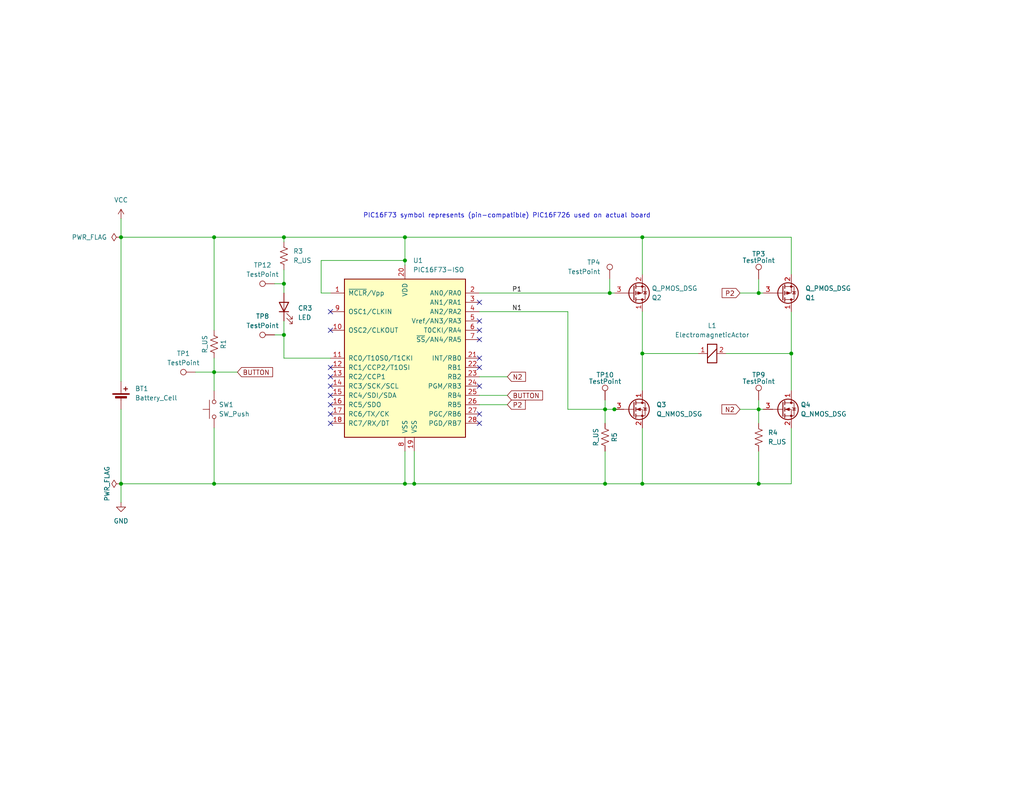
<source format=kicad_sch>
(kicad_sch (version 20230121) (generator eeschema)
  (paper "USLetter")
  (title_block (title "Partial Reconstruction of Sonicare HX6530 Control Board") (date "2023-09-23"))
  (lib_symbols
    (symbol "Connector:TestPoint" (pin_numbers hide) (pin_names (offset 0.762) hide)
      (property "Reference" "TP" (at 0 6.858 0))
      (property "Value" "TestPoint" (at 0 5.08 0))
      (symbol "TestPoint_0_1"
        (circle (center 0 3.302) (radius 0.762))
      )
      (symbol "TestPoint_1_1"
        (pin passive line (at 0 0 90) (length 2.54) (name "1") (number "1"))
      )
    )
    (symbol "Device:Battery_Cell" (pin_numbers hide) (pin_names (offset 0) hide)
      (property "Reference" "BT" (at 2.54 2.54 0))
      (property "Value" "Battery_Cell" (at 2.54 0 0))
      (symbol "Battery_Cell_0_1"
        (rectangle (start -2.286 1.778) (end 2.286 1.524) (fill (type outline)))
        (rectangle (start -1.524 1.016) (end 1.524 0.508) (fill (type outline)))
        (polyline (pts (xy 0 0.762) (xy 0 0)))
        (polyline (pts (xy 0 1.778) (xy 0 2.54)))
        (polyline (pts (xy 0.762 3.048) (xy 1.778 3.048)) (stroke (width 0.254)))
        (polyline (pts (xy 1.27 3.556) (xy 1.27 2.54)) (stroke (width 0.254)))
      )
      (symbol "Battery_Cell_1_1"
        (pin passive line (at 0 5.08 270) (length 2.54) (name "+") (number "1"))
        (pin passive line (at 0 -2.54 90) (length 2.54) (name "-") (number "2"))
      )
    )
    (symbol "Device:ElectromagneticActor" (pin_names (offset 0.0254) hide)
      (property "Reference" "L" (at 1.27 3.81 0))
      (property "Value" "ElectromagneticActor" (at 1.27 -1.27 0))
      (symbol "ElectromagneticActor_0_1"
        (rectangle (start -2.54 2.54) (end 2.54 0) (stroke (width 0.254)))
        (polyline (pts (xy -1.27 2.54) (xy 1.27 0)) (stroke (width 0.254)))
      )
      (symbol "ElectromagneticActor_1_1"
        (pin passive line (at 0 5.08 270) (length 2.54) (name "-") (number "1"))
        (pin passive line (at 0 -2.54 90) (length 2.54) (name "+") (number "2"))
      )
    )
    (symbol "Device:LED" (pin_numbers hide) (pin_names (offset 1.016) hide)
      (property "Reference" "D" (at 0 2.54 0))
      (property "Value" "LED" (at 0 -2.54 0))
      (symbol "LED_0_1"
        (polyline (pts (xy -1.27 -1.27) (xy -1.27 1.27)) (stroke (width 0.254)))
        (polyline (pts (xy -1.27 0) (xy 1.27 0)))
        (polyline (pts (xy 1.27 -1.27) (xy 1.27 1.27) (xy -1.27 0) (xy 1.27 -1.27)) (stroke (width 0.254)))
        (polyline (pts (xy -3.048 -0.762) (xy -4.572 -2.286) (xy -3.81 -2.286) (xy -4.572 -2.286) (xy -4.572 -1.524)))
        (polyline (pts (xy -1.778 -0.762) (xy -3.302 -2.286) (xy -2.54 -2.286) (xy -3.302 -2.286) (xy -3.302 -1.524)))
      )
      (symbol "LED_1_1"
        (pin passive line (at -3.81 0 0) (length 2.54) (name "K") (number "1"))
        (pin passive line (at 3.81 0 180) (length 2.54) (name "A") (number "2"))
      )
    )
    (symbol "Device:Q_NMOS_DSG" (pin_names (offset 0) hide)
      (property "Reference" "Q" (at 5.08 1.27 0))
      (property "Value" "Q_NMOS_DSG" (at 5.08 -1.27 0))
      (symbol "Q_NMOS_DSG_0_1"
        (polyline (pts (xy 0.254 0) (xy -2.54 0)))
        (polyline (pts (xy 0.254 1.905) (xy 0.254 -1.905)) (stroke (width 0.254)))
        (polyline (pts (xy 0.762 -1.27) (xy 0.762 -2.286)) (stroke (width 0.254)))
        (polyline (pts (xy 0.762 0.508) (xy 0.762 -0.508)) (stroke (width 0.254)))
        (polyline (pts (xy 0.762 2.286) (xy 0.762 1.27)) (stroke (width 0.254)))
        (polyline (pts (xy 2.54 2.54) (xy 2.54 1.778)))
        (polyline (pts (xy 2.54 -2.54) (xy 2.54 0) (xy 0.762 0)))
        (polyline (pts (xy 0.762 -1.778) (xy 3.302 -1.778) (xy 3.302 1.778) (xy 0.762 1.778)))
        (polyline (pts (xy 1.016 0) (xy 2.032 0.381) (xy 2.032 -0.381) (xy 1.016 0)) (fill (type outline)))
        (polyline (pts (xy 2.794 0.508) (xy 2.921 0.381) (xy 3.683 0.381) (xy 3.81 0.254)))
        (polyline (pts (xy 3.302 0.381) (xy 2.921 -0.254) (xy 3.683 -0.254) (xy 3.302 0.381)))
        (circle (center 1.651 0) (radius 2.794) (stroke (width 0.254)))
        (circle (center 2.54 -1.778) (radius 0.254) (fill (type outline)))
        (circle (center 2.54 1.778) (radius 0.254) (fill (type outline)))
      )
      (symbol "Q_NMOS_DSG_1_1"
        (pin passive line (at 2.54 5.08 270) (length 2.54) (name "D") (number "1"))
        (pin passive line (at 2.54 -5.08 90) (length 2.54) (name "S") (number "2"))
        (pin input line (at -5.08 0 0) (length 2.54) (name "G") (number "3"))
      )
    )
    (symbol "Device:Q_PMOS_DSG" (pin_names (offset 0) hide)
      (property "Reference" "Q" (at 5.08 1.27 0))
      (property "Value" "Q_PMOS_DSG" (at 5.08 -1.27 0))
      (symbol "Q_PMOS_DSG_0_1"
        (polyline (pts (xy 0.254 0) (xy -2.54 0)))
        (polyline (pts (xy 0.254 1.905) (xy 0.254 -1.905)) (stroke (width 0.254)))
        (polyline (pts (xy 0.762 -1.27) (xy 0.762 -2.286)) (stroke (width 0.254)))
        (polyline (pts (xy 0.762 0.508) (xy 0.762 -0.508)) (stroke (width 0.254)))
        (polyline (pts (xy 0.762 2.286) (xy 0.762 1.27)) (stroke (width 0.254)))
        (polyline (pts (xy 2.54 2.54) (xy 2.54 1.778)))
        (polyline (pts (xy 2.54 -2.54) (xy 2.54 0) (xy 0.762 0)))
        (polyline (pts (xy 0.762 1.778) (xy 3.302 1.778) (xy 3.302 -1.778) (xy 0.762 -1.778)))
        (polyline (pts (xy 2.286 0) (xy 1.27 0.381) (xy 1.27 -0.381) (xy 2.286 0)) (fill (type outline)))
        (polyline (pts (xy 2.794 -0.508) (xy 2.921 -0.381) (xy 3.683 -0.381) (xy 3.81 -0.254)))
        (polyline (pts (xy 3.302 -0.381) (xy 2.921 0.254) (xy 3.683 0.254) (xy 3.302 -0.381)))
        (circle (center 1.651 0) (radius 2.794) (stroke (width 0.254)))
        (circle (center 2.54 -1.778) (radius 0.254) (fill (type outline)))
        (circle (center 2.54 1.778) (radius 0.254) (fill (type outline)))
      )
      (symbol "Q_PMOS_DSG_1_1"
        (pin passive line (at 2.54 5.08 270) (length 2.54) (name "D") (number "1"))
        (pin passive line (at 2.54 -5.08 90) (length 2.54) (name "S") (number "2"))
        (pin input line (at -5.08 0 0) (length 2.54) (name "G") (number "3"))
      )
    )
    (symbol "Device:R_US" (pin_numbers hide) (pin_names (offset 0))
      (property "Reference" "R" (at 2.54 0 90))
      (property "Value" "R_US" (at -2.54 0 90))
      (symbol "R_US_0_1"
        (polyline (pts (xy 0 -2.286) (xy 0 -2.54)))
        (polyline (pts (xy 0 2.286) (xy 0 2.54)))
        (polyline (pts (xy 0 -0.762) (xy 1.016 -1.143) (xy 0 -1.524) (xy -1.016 -1.905) (xy 0 -2.286)))
        (polyline (pts (xy 0 0.762) (xy 1.016 0.381) (xy 0 0) (xy -1.016 -0.381) (xy 0 -0.762)))
        (polyline (pts (xy 0 2.286) (xy 1.016 1.905) (xy 0 1.524) (xy -1.016 1.143) (xy 0 0.762)))
      )
      (symbol "R_US_1_1"
        (pin passive line (at 0 3.81 270) (length 1.27) (name "~") (number "1"))
        (pin passive line (at 0 -3.81 90) (length 1.27) (name "~") (number "2"))
      )
    )
    (symbol "MCU_Microchip_PIC16:PIC16F73-ISO" (pin_names (offset 1.016))
      (property "Reference" "U" (at 2.54 25.4 0))
      (property "Value" "PIC16F73-ISO" (at 2.54 22.86 0))
      (symbol "PIC16F73-ISO_0_1"
        (rectangle (start -16.51 -21.59) (end 16.51 21.59) (stroke (width 0.254)) (fill (type background)))
      )
      (symbol "PIC16F73-ISO_1_1"
        (pin input line (at -20.32 17.78 0) (length 3.81) (name "~{MCLR}/Vpp") (number "1"))
        (pin output line (at -20.32 7.62 0) (length 3.81) (name "OSC2/CLKOUT") (number "10"))
        (pin bidirectional line (at -20.32 0 0) (length 3.81) (name "RC0/T10S0/T1CKI") (number "11"))
        (pin bidirectional line (at -20.32 -2.54 0) (length 3.81) (name "RC1/CCP2/T1OSI") (number "12"))
        (pin bidirectional line (at -20.32 -5.08 0) (length 3.81) (name "RC2/CCP1") (number "13"))
        (pin bidirectional line (at -20.32 -7.62 0) (length 3.81) (name "RC3/SCK/SCL") (number "14"))
        (pin bidirectional line (at -20.32 -10.16 0) (length 3.81) (name "RC4/SDI/SDA") (number "15"))
        (pin bidirectional line (at -20.32 -12.7 0) (length 3.81) (name "RC5/SDO") (number "16"))
        (pin bidirectional line (at -20.32 -15.24 0) (length 3.81) (name "RC6/TX/CK") (number "17"))
        (pin bidirectional line (at -20.32 -17.78 0) (length 3.81) (name "RC7/RX/DT") (number "18"))
        (pin power_in line (at 2.54 -25.4 90) (length 3.81) (name "VSS") (number "19"))
        (pin bidirectional line (at 20.32 17.78 180) (length 3.81) (name "AN0/RA0") (number "2"))
        (pin power_in line (at 0 25.4 270) (length 3.81) (name "VDD") (number "20"))
        (pin bidirectional line (at 20.32 0 180) (length 3.81) (name "INT/RB0") (number "21"))
        (pin bidirectional line (at 20.32 -2.54 180) (length 3.81) (name "RB1") (number "22"))
        (pin bidirectional line (at 20.32 -5.08 180) (length 3.81) (name "RB2") (number "23"))
        (pin bidirectional line (at 20.32 -7.62 180) (length 3.81) (name "PGM/RB3") (number "24"))
        (pin bidirectional line (at 20.32 -10.16 180) (length 3.81) (name "RB4") (number "25"))
        (pin bidirectional line (at 20.32 -12.7 180) (length 3.81) (name "RB5") (number "26"))
        (pin bidirectional line (at 20.32 -15.24 180) (length 3.81) (name "PGC/RB6") (number "27"))
        (pin bidirectional line (at 20.32 -17.78 180) (length 3.81) (name "PGD/RB7") (number "28"))
        (pin bidirectional line (at 20.32 15.24 180) (length 3.81) (name "AN1/RA1") (number "3"))
        (pin bidirectional line (at 20.32 12.7 180) (length 3.81) (name "AN2/RA2") (number "4"))
        (pin bidirectional line (at 20.32 10.16 180) (length 3.81) (name "Vref/AN3/RA3") (number "5"))
        (pin bidirectional line (at 20.32 7.62 180) (length 3.81) (name "T0CKI/RA4") (number "6"))
        (pin bidirectional line (at 20.32 5.08 180) (length 3.81) (name "~{SS}/AN4/RA5") (number "7"))
        (pin power_in line (at 0 -25.4 90) (length 3.81) (name "VSS") (number "8"))
        (pin input line (at -20.32 12.7 0) (length 3.81) (name "OSC1/CLKIN") (number "9"))
      )
    )
    (symbol "Switch:SW_Push" (pin_numbers hide) (pin_names (offset 1.016) hide)
      (property "Reference" "SW" (at 1.27 2.54 0))
      (property "Value" "SW_Push" (at 0 -1.524 0))
      (symbol "SW_Push_0_1"
        (circle (center -2.032 0) (radius 0.508))
        (polyline (pts (xy 0 1.27) (xy 0 3.048)))
        (polyline (pts (xy 2.54 1.27) (xy -2.54 1.27)))
        (circle (center 2.032 0) (radius 0.508))
        (pin passive line (at -5.08 0 0) (length 2.54) (name "1") (number "1"))
        (pin passive line (at 5.08 0 180) (length 2.54) (name "2") (number "2"))
      )
    )
    (symbol "power:GND" (power) (pin_names (offset 0))
      (property "Value" "GND" (at 0 -3.81 0))
      (symbol "GND_0_1"
        (polyline (pts (xy 0 0) (xy 0 -1.27) (xy 1.27 -1.27) (xy 0 -2.54) (xy -1.27 -1.27) (xy 0 -1.27)))
      )
      (symbol "GND_1_1"
        (pin power_in line (at 0 0 270) (length 0) hide (name "GND") (number "1"))
      )
    )
    (symbol "power:PWR_FLAG" (power) (pin_numbers hide) (pin_names (offset 0) hide)
      (property "Value" "PWR_FLAG" (at 0 3.81 0))
      (symbol "PWR_FLAG_0_0"
        (pin power_out line (at 0 0 90) (length 0) (name "pwr") (number "1"))
      )
      (symbol "PWR_FLAG_0_1"
        (polyline (pts (xy 0 0) (xy 0 1.27) (xy -1.016 1.905) (xy 0 2.54) (xy 1.016 1.905) (xy 0 1.27)))
      )
    )
    (symbol "power:VCC" (power) (pin_names (offset 0))
      (property "Value" "VCC" (at 0 3.81 0))
      (symbol "VCC_0_1"
        (polyline (pts (xy -0.762 1.27) (xy 0 2.54)))
        (polyline (pts (xy 0 0) (xy 0 2.54)))
        (polyline (pts (xy 0 2.54) (xy 0.762 1.27)))
      )
      (symbol "VCC_1_1"
        (pin power_in line (at 0 0 90) (length 0) hide (name "VCC") (number "1"))
      )
    )
  )
  (junction (at 207.01 80.01))
  (junction (at 167.64 111.76))
  (junction (at 77.47 77.47))
  (junction (at 33.02 64.77))
  (junction (at 175.26 96.52))
  (junction (at 165.1 132.08))
  (junction (at 165.1 111.76))
  (junction (at 77.47 64.77))
  (junction (at 215.9 96.52))
  (junction (at 58.42 64.77))
  (junction (at 110.49 132.08))
  (junction (at 207.01 132.08))
  (junction (at 110.49 64.77))
  (junction (at 113.03 132.08))
  (junction (at 33.02 132.08))
  (junction (at 175.26 132.08))
  (junction (at 110.49 71.12))
  (junction (at 58.42 101.6))
  (junction (at 207.01 111.76))
  (junction (at 77.47 91.44))
  (junction (at 175.26 64.77))
  (junction (at 166.37 80.01))
  (junction (at 58.42 132.08))
  (no_connect (at 90.17 107.95))
  (no_connect (at 130.81 82.55))
  (no_connect (at 90.17 110.49))
  (no_connect (at 130.81 92.71))
  (no_connect (at 130.81 105.41))
  (no_connect (at 90.17 85.09))
  (no_connect (at 130.81 90.17))
  (no_connect (at 130.81 100.33))
  (no_connect (at 130.81 87.63))
  (no_connect (at 90.17 105.41))
  (no_connect (at 90.17 102.87))
  (no_connect (at 130.81 97.79))
  (no_connect (at 130.81 115.57))
  (no_connect (at 90.17 100.33))
  (no_connect (at 130.81 113.03))
  (no_connect (at 90.17 90.17))
  (no_connect (at 90.17 113.03))
  (no_connect (at 90.17 115.57))
  (wire (pts (xy 207.01 111.76) (xy 208.28 111.76)))
  (wire (pts (xy 165.1 111.76) (xy 167.64 111.76)))
  (wire (pts (xy 215.9 64.77) (xy 215.9 74.93)))
  (wire (pts (xy 33.02 111.76) (xy 33.02 132.08)))
  (wire (pts (xy 167.64 80.01) (xy 166.37 80.01)))
  (wire (pts (xy 74.93 77.47) (xy 77.47 77.47)))
  (wire (pts (xy 33.02 132.08) (xy 33.02 137.16)))
  (wire (pts (xy 175.26 85.09) (xy 175.26 96.52)))
  (wire (pts (xy 154.94 85.09) (xy 154.94 111.76)))
  (wire (pts (xy 201.93 111.76) (xy 207.01 111.76)))
  (wire (pts (xy 77.47 77.47) (xy 77.47 80.01)))
  (wire (pts (xy 175.26 96.52) (xy 190.5 96.52)))
  (wire (pts (xy 175.26 116.84) (xy 175.26 132.08)))
  (wire (pts (xy 138.43 107.95) (xy 130.81 107.95)))
  (wire (pts (xy 110.49 132.08) (xy 110.49 123.19)))
  (wire (pts (xy 130.81 80.01) (xy 166.37 80.01)))
  (wire (pts (xy 175.26 74.93) (xy 175.26 64.77)))
  (wire (pts (xy 74.93 91.44) (xy 77.47 91.44)))
  (wire (pts (xy 77.47 91.44) (xy 77.47 97.79)))
  (wire (pts (xy 58.42 132.08) (xy 110.49 132.08)))
  (wire (pts (xy 215.9 96.52) (xy 198.12 96.52)))
  (wire (pts (xy 113.03 123.19) (xy 113.03 132.08)))
  (wire (pts (xy 207.01 132.08) (xy 215.9 132.08)))
  (wire (pts (xy 168.91 111.76) (xy 167.64 111.76)))
  (wire (pts (xy 175.26 64.77) (xy 215.9 64.77)))
  (wire (pts (xy 207.01 76.2) (xy 207.01 80.01)))
  (wire (pts (xy 33.02 104.14) (xy 33.02 64.77)))
  (wire (pts (xy 110.49 64.77) (xy 110.49 71.12)))
  (wire (pts (xy 87.63 71.12) (xy 110.49 71.12)))
  (wire (pts (xy 165.1 109.22) (xy 165.1 111.76)))
  (wire (pts (xy 58.42 101.6) (xy 58.42 106.68)))
  (wire (pts (xy 215.9 85.09) (xy 215.9 96.52)))
  (wire (pts (xy 207.01 111.76) (xy 207.01 115.57)))
  (wire (pts (xy 87.63 80.01) (xy 87.63 71.12)))
  (wire (pts (xy 77.47 87.63) (xy 77.47 91.44)))
  (wire (pts (xy 113.03 132.08) (xy 165.1 132.08)))
  (wire (pts (xy 130.81 85.09) (xy 154.94 85.09)))
  (wire (pts (xy 175.26 132.08) (xy 207.01 132.08)))
  (wire (pts (xy 58.42 64.77) (xy 58.42 90.17)))
  (wire (pts (xy 53.34 101.6) (xy 58.42 101.6)))
  (wire (pts (xy 207.01 80.01) (xy 201.93 80.01)))
  (wire (pts (xy 33.02 132.08) (xy 58.42 132.08)))
  (wire (pts (xy 175.26 96.52) (xy 175.26 106.68)))
  (wire (pts (xy 77.47 97.79) (xy 90.17 97.79)))
  (wire (pts (xy 165.1 123.19) (xy 165.1 132.08)))
  (wire (pts (xy 77.47 64.77) (xy 77.47 66.04)))
  (wire (pts (xy 77.47 64.77) (xy 110.49 64.77)))
  (wire (pts (xy 165.1 111.76) (xy 154.94 111.76)))
  (wire (pts (xy 77.47 73.66) (xy 77.47 77.47)))
  (wire (pts (xy 110.49 64.77) (xy 175.26 64.77)))
  (wire (pts (xy 130.81 110.49) (xy 138.43 110.49)))
  (wire (pts (xy 58.42 97.79) (xy 58.42 101.6)))
  (wire (pts (xy 33.02 59.69) (xy 33.02 64.77)))
  (wire (pts (xy 215.9 132.08) (xy 215.9 116.84)))
  (wire (pts (xy 165.1 111.76) (xy 165.1 115.57)))
  (wire (pts (xy 58.42 64.77) (xy 77.47 64.77)))
  (wire (pts (xy 165.1 132.08) (xy 175.26 132.08)))
  (wire (pts (xy 207.01 123.19) (xy 207.01 132.08)))
  (wire (pts (xy 58.42 101.6) (xy 64.77 101.6)))
  (wire (pts (xy 33.02 64.77) (xy 58.42 64.77)))
  (wire (pts (xy 87.63 80.01) (xy 90.17 80.01)))
  (wire (pts (xy 207.01 109.22) (xy 207.01 111.76)))
  (wire (pts (xy 215.9 96.52) (xy 215.9 106.68)))
  (wire (pts (xy 166.37 76.2) (xy 166.37 80.01)))
  (wire (pts (xy 130.81 102.87) (xy 138.43 102.87)))
  (wire (pts (xy 110.49 71.12) (xy 110.49 72.39)))
  (wire (pts (xy 110.49 132.08) (xy 113.03 132.08)))
  (wire (pts (xy 58.42 116.84) (xy 58.42 132.08)))
  (wire (pts (xy 208.28 80.01) (xy 207.01 80.01)))
  (text "PIC16F73 symbol represents (pin-compatible) PIC16F726 used on actual board" (at 99.06 59.69 0) (effects (font (size 1.27 1.27)) (justify left bottom)))
  (label "N1" (at 139.7 85.09 0))
  (label "P1" (at 139.7 80.01 0))
  (global_label "BUTTON" (shape input) (at 64.77 101.6 0) (property "Intersheetrefs" "${INTERSHEET_REFS}" (effects hide)))
  (global_label "P2" (shape input) (at 201.93 80.01 180) (property "Intersheetrefs" "${INTERSHEET_REFS}" (effects hide)))
  (global_label "BUTTON" (shape input) (at 138.43 107.95 0) (property "Intersheetrefs" "${INTERSHEET_REFS}" (effects hide)))
  (global_label "P2" (shape input) (at 138.43 110.49 0) (property "Intersheetrefs" "${INTERSHEET_REFS}" (effects hide)))
  (global_label "N2" (shape input) (at 138.43 102.87 0) (property "Intersheetrefs" "${INTERSHEET_REFS}" (effects hide)))
  (global_label "N2" (shape input) (at 201.93 111.76 180) (property "Intersheetrefs" "${INTERSHEET_REFS}" (effects hide)))
  (symbol (lib_id "Device:R_US") (at 58.42 93.98 0) (unit 1)
    (property "Reference" "R1" (at 60.96 93.98 90))
    (property "Value" "R_US" (at 55.88 93.98 90))
  )
  (symbol (lib_id "Device:ElectromagneticActor") (at 195.58 96.52 90) (unit 1)
    (property "Reference" "L1" (at 194.31 88.9 90))
    (property "Value" "ElectromagneticActor" (at 194.31 91.44 90))
  )
  (symbol (lib_id "Device:Battery_Cell") (at 33.02 109.22 0) (unit 1)
    (property "Reference" "BT1" (at 36.83 106.1085 0) (effects (justify left)))
    (property "Value" "Battery_Cell" (at 36.83 108.6485 0) (effects (justify left)))
  )
  (symbol (lib_id "MCU_Microchip_PIC16:PIC16F73-ISO") (at 110.49 97.79 0) (unit 1)
    (property "Reference" "U1" (at 112.6841 71.12 0) (effects (justify left)))
    (property "Value" "PIC16F73-ISO" (at 112.6841 73.66 0) (effects (justify left)))
    (property "Datasheet" "http://ww1.microchip.com/downloads/en/DeviceDoc/30325b.pdf" (effects hide))
  )
  (symbol (lib_id "Connector:TestPoint") (at 207.01 76.2 0) (mirror y) (unit 1)
    (property "Reference" "TP3" (at 207.01 69.342 0))
    (property "Value" "TestPoint" (at 207.01 71.12 0))
  )
  (symbol (lib_id "power:VCC") (at 33.02 59.69 0) (unit 1)
    (property "Reference" "#PWR01" (effects hide))
    (property "Value" "VCC" (at 33.02 54.61 0))
  )
  (symbol (lib_id "Connector:TestPoint") (at 53.34 101.6 90) (unit 1)
    (property "Reference" "TP1" (at 50.038 96.52 90))
    (property "Value" "TestPoint" (at 50.038 99.06 90))
  )
  (symbol (lib_id "Connector:TestPoint") (at 74.93 91.44 90) (unit 1)
    (property "Reference" "TP8" (at 71.628 86.36 90))
    (property "Value" "TestPoint" (at 71.628 88.9 90))
  )
  (symbol (lib_id "Connector:TestPoint") (at 74.93 77.47 90) (unit 1)
    (property "Reference" "TP12" (at 71.628 72.39 90))
    (property "Value" "TestPoint" (at 71.628 74.93 90))
  )
  (symbol (lib_id "power:GND") (at 33.02 137.16 0) (unit 1)
    (property "Reference" "#PWR02" (effects hide))
    (property "Value" "GND" (at 33.02 142.24 0))
  )
  (symbol (lib_id "Device:Q_NMOS_DSG") (at 213.36 111.76 0) (unit 1)
    (property "Reference" "Q4" (at 218.44 110.49 0) (effects (justify left)))
    (property "Value" "Q_NMOS_DSG" (at 218.44 113.03 0) (effects (justify left)))
  )
  (symbol (lib_id "Connector:TestPoint") (at 207.01 109.22 0) (unit 1)
    (property "Reference" "TP9" (at 207.01 102.362 0))
    (property "Value" "TestPoint" (at 207.01 104.14 0))
  )
  (symbol (lib_id "Connector:TestPoint") (at 166.37 76.2 0) (mirror y) (unit 1)
    (property "Reference" "TP4" (at 163.83 71.628 0) (effects (justify left)))
    (property "Value" "TestPoint" (at 163.83 74.168 0) (effects (justify left)))
  )
  (symbol (lib_id "Device:R_US") (at 165.1 119.38 0) (unit 1)
    (property "Reference" "R5" (at 167.64 119.38 90))
    (property "Value" "R_US" (at 162.56 119.38 90))
  )
  (symbol (lib_id "power:PWR_FLAG") (at 33.02 132.08 90) (unit 1)
    (property "Reference" "#FLG0101" (effects hide))
    (property "Value" "PWR_FLAG" (at 29.21 132.08 0))
  )
  (symbol (lib_id "power:PWR_FLAG") (at 33.02 64.77 90) (unit 1)
    (property "Reference" "#FLG01" (effects hide))
    (property "Value" "PWR_FLAG" (at 29.21 64.77 90) (effects (justify left)))
  )
  (symbol (lib_id "Device:Q_PMOS_DSG") (at 172.72 80.01 0) (mirror x) (unit 1)
    (property "Reference" "Q2" (at 177.8 81.28 0) (effects (justify left)))
    (property "Value" "Q_PMOS_DSG" (at 177.8 78.74 0) (effects (justify left)))
  )
  (symbol (lib_id "Device:R_US") (at 77.47 69.85 0) (unit 1)
    (property "Reference" "R3" (at 80.01 68.58 0) (effects (justify left)))
    (property "Value" "R_US" (at 80.01 71.12 0) (effects (justify left)))
  )
  (symbol (lib_id "Device:Q_NMOS_DSG") (at 172.72 111.76 0) (unit 1)
    (property "Reference" "Q3" (at 179.07 110.49 0) (effects (justify left)))
    (property "Value" "Q_NMOS_DSG" (at 179.07 113.03 0) (effects (justify left)))
  )
  (symbol (lib_id "Device:LED") (at 77.47 83.82 90) (unit 1)
    (property "Reference" "CR3" (at 81.28 84.1375 90) (effects (justify right)))
    (property "Value" "LED" (at 81.28 86.6775 90) (effects (justify right)))
  )
  (symbol (lib_id "Connector:TestPoint") (at 165.1 109.22 0) (unit 1)
    (property "Reference" "TP10" (at 165.1 102.362 0))
    (property "Value" "TestPoint" (at 165.1 104.14 0))
  )
  (symbol (lib_id "Device:R_US") (at 207.01 119.38 0) (unit 1)
    (property "Reference" "R4" (at 209.55 118.11 0) (effects (justify left)))
    (property "Value" "R_US" (at 209.55 120.65 0) (effects (justify left)))
  )
  (symbol (lib_id "Device:Q_PMOS_DSG") (at 213.36 80.01 0) (mirror x) (unit 1)
    (property "Reference" "Q1" (at 219.71 81.28 0) (effects (justify left)))
    (property "Value" "Q_PMOS_DSG" (at 219.71 78.74 0) (effects (justify left)))
  )
  (symbol (lib_id "Switch:SW_Push") (at 58.42 111.76 90) (unit 1)
    (property "Reference" "SW1" (at 59.69 110.49 90) (effects (justify right)))
    (property "Value" "SW_Push" (at 59.69 113.03 90) (effects (justify right)))
  )
)
</source>
